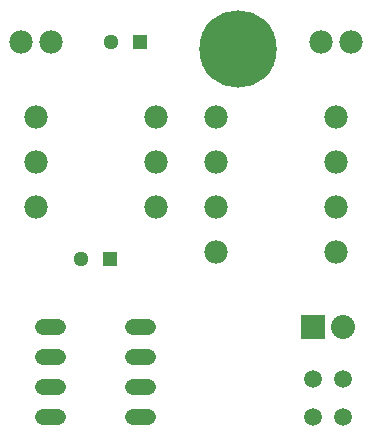
<source format=gbs>
G75*
G70*
%OFA0B0*%
%FSLAX24Y24*%
%IPPOS*%
%LPD*%
%AMOC8*
5,1,8,0,0,1.08239X$1,22.5*
%
%ADD10C,0.0591*%
%ADD11R,0.0512X0.0512*%
%ADD12C,0.0512*%
%ADD13C,0.0780*%
%ADD14C,0.0520*%
%ADD15C,0.0800*%
%ADD16C,0.2580*%
%ADD17R,0.0800X0.0800*%
D10*
X010680Y001096D03*
X011680Y001096D03*
X011680Y002346D03*
X010680Y002346D03*
D11*
X003922Y006346D03*
X004922Y013596D03*
D12*
X003938Y013596D03*
X002938Y006346D03*
D13*
X001430Y008096D03*
X001430Y009596D03*
X001430Y011096D03*
X001930Y013596D03*
X000930Y013596D03*
X005430Y011096D03*
X005430Y009596D03*
X005430Y008096D03*
X007430Y008096D03*
X007430Y006596D03*
X007430Y009596D03*
X007430Y011096D03*
X010930Y013596D03*
X011930Y013596D03*
X011430Y011096D03*
X011430Y009596D03*
X011430Y008096D03*
X011430Y006596D03*
D14*
X002170Y001096D02*
X001690Y001096D01*
X001690Y002096D02*
X002170Y002096D01*
X002170Y003096D02*
X001690Y003096D01*
X001690Y004096D02*
X002170Y004096D01*
X004690Y004096D02*
X005170Y004096D01*
X005170Y003096D02*
X004690Y003096D01*
X004690Y002096D02*
X005170Y002096D01*
X005170Y001096D02*
X004690Y001096D01*
D15*
X011680Y004096D03*
D16*
X008180Y013346D03*
D17*
X010680Y004096D03*
M02*

</source>
